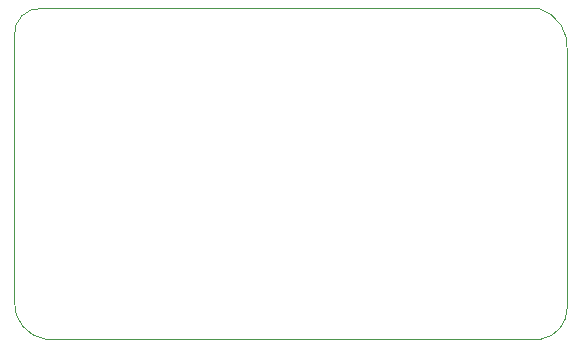
<source format=gbr>
%TF.GenerationSoftware,KiCad,Pcbnew,(6.0.7)*%
%TF.CreationDate,2022-10-16T00:38:09+07:00*%
%TF.ProjectId,bai1,62616931-2e6b-4696-9361-645f70636258,rev?*%
%TF.SameCoordinates,Original*%
%TF.FileFunction,Profile,NP*%
%FSLAX46Y46*%
G04 Gerber Fmt 4.6, Leading zero omitted, Abs format (unit mm)*
G04 Created by KiCad (PCBNEW (6.0.7)) date 2022-10-16 00:38:09*
%MOMM*%
%LPD*%
G01*
G04 APERTURE LIST*
%TA.AperFunction,Profile*%
%ADD10C,0.100000*%
%TD*%
G04 APERTURE END LIST*
D10*
X59600000Y-88600000D02*
X59600000Y-66200000D01*
X106400018Y-67600003D02*
G75*
G03*
X104000000Y-63800000I-3418718J498703D01*
G01*
X104200000Y-91800000D02*
X62200000Y-91800000D01*
X106400000Y-89200000D02*
X106400000Y-67600000D01*
X62000000Y-63800000D02*
X104000000Y-63800000D01*
X62000000Y-63800000D02*
G75*
G03*
X59600000Y-66200000I-230500J-2169500D01*
G01*
X59600045Y-88600002D02*
G75*
G03*
X62200000Y-91800000I3069855J-161998D01*
G01*
X104199997Y-91799985D02*
G75*
G03*
X106400000Y-89200000I-453597J2614585D01*
G01*
M02*

</source>
